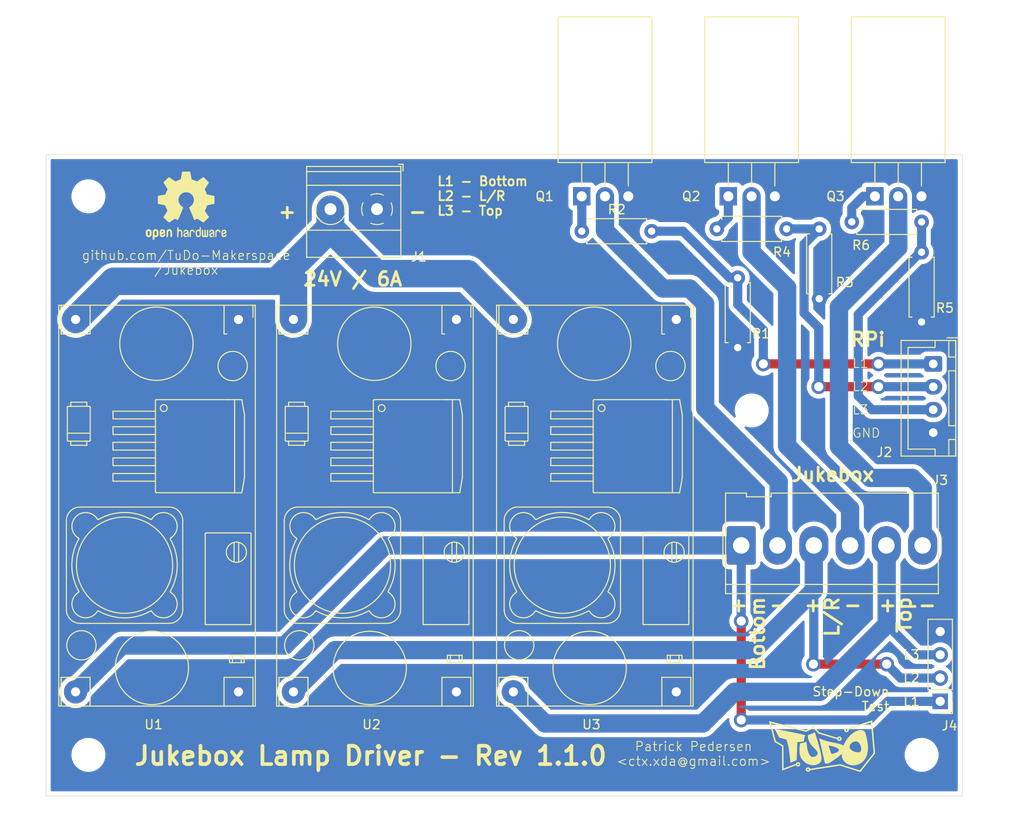
<source format=kicad_pcb>
(kicad_pcb (version 20240108) (generator "pcbnew") (generator_version "8.0")
  (layers (0 "F.Cu" signal) (31 "B.Cu" signal) (34 "B.Paste" user) (35 "F.Paste" user) (36 "B.SilkS" user "B.Silkscreen") (37 "F.SilkS" user "F.Silkscreen") (38 "B.Mask" user) (39 "F.Mask" user) (44 "Edge.Cuts" user))
  (net 0 "")
  (net 1 "GND")
  (net 2 "/L3-")
  (net 3 "/L1-")
  (net 4 "/L1+")
  (net 5 "/L2+")
  (net 6 "/L2-")
  (net 7 "/L3+")
  (net 8 "Net-(Q1-G)")
  (net 9 "Net-(Q2-G)")
  (net 10 "Net-(Q3-G)")
  (net 11 "+24V")
  (net 12 "Net-(J2-Pin_3)")
  (net 13 "Net-(J2-Pin_1)")
  (net 14 "Net-(J2-Pin_2)")
  (footprint "Connector_Molex:Molex_KK-396_5273-06A_1x06_P3.96mm_Vertical" (layer "F.Cu") (at 94.869 73.66)
    (property "Reference" "J3" (at 21.717 -7.112 360) (layer "F.SilkS"))
    (property "Value" "Conn_01x06")
    (pad "1" thru_hole roundrect (at 0 0) (size 3.16 4.2) (drill 1.8) (layers "*.Cu" "*.Mask") (roundrect_rratio 0.079114) (net 4 "/L1+"))
    (pad "2" thru_hole oval (at 3.96 0) (size 3.16 4.2) (drill 1.8) (layers "*.Cu" "*.Mask") (net 3 "/L1-"))
    (pad "3" thru_hole oval (at 7.92 0) (size 3.16 4.2) (drill 1.8) (layers "*.Cu" "*.Mask") (net 5 "/L2+"))
    (pad "4" thru_hole oval (at 11.88 0) (size 3.16 4.2) (drill 1.8) (layers "*.Cu" "*.Mask") (net 6 "/L2-"))
    (pad "5" thru_hole oval (at 15.84 0) (size 3.16 4.2) (drill 1.8) (layers "*.Cu" "*.Mask") (net 7 "/L3+"))
    (pad "6" thru_hole oval (at 19.8 0) (size 3.16 4.2) (drill 1.8) (layers "*.Cu" "*.Mask") (net 2 "/L3-"))
  )
  (footprint "Resistor_THT:R_Axial_DIN0207_L6.3mm_D2.5mm_P7.62mm_Horizontal" (layer "F.Cu") (at 94.488 44.45 -90)
    (property "Reference" "R1" (at 6.096 -2.54 180) (layer "F.SilkS"))
    (property "Value" "100k")
    (pad "1" thru_hole circle (at 0 0 270) (size 1.6 1.6) (drill 0.8) (layers "*.Cu" "*.Mask") (net 13 "Net-(J2-Pin_1)"))
    (pad "2" thru_hole oval (at 7.62 0 270) (size 1.6 1.6) (drill 0.8) (layers "*.Cu" "*.Mask") (net 1 "GND"))
  )
  (footprint "Connector_JST:JST_XH_B4B-XH-A_1x04_P2.50mm_Vertical" (layer "F.Cu") (at 115.824 53.848 -90)
    (property "Reference" "J2" (at 9.652 5.334 180) (layer "F.SilkS"))
    (property "Value" "JST XH 1x4")
    (pad "1" thru_hole roundrect (at 0 0 270) (size 1.7 1.95) (drill 0.95) (layers "*.Cu" "*.Mask") (roundrect_rratio 0.147059) (net 13 "Net-(J2-Pin_1)"))
    (pad "2" thru_hole oval (at 2.5 0 270) (size 1.7 1.95) (drill 0.95) (layers "*.Cu" "*.Mask") (net 14 "Net-(J2-Pin_2)"))
    (pad "3" thru_hole oval (at 5 0 270) (size 1.7 1.95) (drill 0.95) (layers "*.Cu" "*.Mask") (net 12 "Net-(J2-Pin_3)"))
    (pad "4" thru_hole oval (at 7.5 0 270) (size 1.7 1.95) (drill 0.95) (layers "*.Cu" "*.Mask") (net 1 "GND"))
  )
  (footprint "MountingHole:MountingHole_3.2mm_M3" (layer "F.Cu") (at 23.622 35.56)
    (property "Reference" "H1" (hide yes))
    (property "Value" "MountingHole")
    (pad "" np_thru_hole circle (at 0 0) (size 3.2 3.2) (drill 3.2) (layers "*.Cu" "*.Mask"))
  )
  (footprint "Symbol:OSHW-Logo2_9.8x8mm_SilkScreen" (layer "F.Cu") (at 34.29 36.576)
    (property "Reference" "REF**" (hide yes))
    (property "Value" "OSHW-Logo2_9.8x8mm_SilkScreen" (hide yes))
  )
  (footprint "DCDC_Stepdown_LM2596:YAAJ_DCDC_StepDown_LM2596_Foxed" (layer "F.Cu") (at 40 49 -90)
    (property "Reference" "U1" (at 44.218 9.266 0) (layer "F.SilkS"))
    (property "Value" "DCDC_StepDown_LM2596")
    (pad "1" thru_hole circle (at 0 17.78 270) (size 2.54 2.54) (drill 1) (layers "*.Cu" "*.Mask") (net 11 "+24V"))
    (pad "2" thru_hole rect (at 0 0 270) (size 2.54 2.54) (drill 1) (layers "*.Cu" "*.Mask") (net 1 "GND"))
    (pad "3" thru_hole circle (at 40.64 0 270) (size 2.54 2.54) (drill 1) (layers "*.Cu" "*.Mask") (net 1 "GND"))
    (pad "4" thru_hole circle (at 40.64 17.78 270) (size 2.54 2.54) (drill 1) (layers "*.Cu" "*.Mask") (net 4 "/L1+"))
  )
  (footprint "Resistor_THT:R_Axial_DIN0207_L6.3mm_D2.5mm_P7.62mm_Horizontal" (layer "F.Cu") (at 103.378 39.116 -90)
    (property "Reference" "R3" (at 5.842 -2.794 180) (layer "F.SilkS"))
    (property "Value" "100k")
    (pad "1" thru_hole circle (at 0 0 270) (size 1.6 1.6) (drill 0.8) (layers "*.Cu" "*.Mask") (net 14 "Net-(J2-Pin_2)"))
    (pad "2" thru_hole oval (at 7.62 0 270) (size 1.6 1.6) (drill 0.8) (layers "*.Cu" "*.Mask") (net 1 "GND"))
  )
  (footprint "Package_TO_SOT_THT:TO-220-3_Horizontal_TabDown" (layer "F.Cu") (at 77.46 35.56)
    (property "Reference" "Q1" (at -4.054 0 0) (layer "F.SilkS"))
    (property "Value" "IRFZ44N")
    (pad "" np_thru_hole oval (at 2.54 -16.66) (size 3.5 3.5) (drill 3.5) (layers "*.Cu" "*.Mask"))
    (pad "1" thru_hole rect (at 0 0) (size 1.905 2) (drill 1.1) (layers "*.Cu" "*.Mask") (net 8 "Net-(Q1-G)"))
    (pad "2" thru_hole oval (at 2.54 0) (size 1.905 2) (drill 1.1) (layers "*.Cu" "*.Mask") (net 3 "/L1-"))
    (pad "3" thru_hole oval (at 5.08 0) (size 1.905 2) (drill 1.1) (layers "*.Cu" "*.Mask") (net 1 "GND"))
  )
  (footprint "DCDC_Stepdown_LM2596:YAAJ_DCDC_StepDown_LM2596_Foxed" (layer "F.Cu") (at 63.78 49 -90)
    (property "Reference" "U2" (at 44.218 9.266 0) (layer "F.SilkS"))
    (property "Value" "DCDC_StepDown_LM2596")
    (pad "1" thru_hole circle (at 0 17.78 270) (size 2.54 2.54) (drill 1) (layers "*.Cu" "*.Mask") (net 11 "+24V"))
    (pad "2" thru_hole rect (at 0 0 270) (size 2.54 2.54) (drill 1) (layers "*.Cu" "*.Mask") (net 1 "GND"))
    (pad "3" thru_hole circle (at 40.64 0 270) (size 2.54 2.54) (drill 1) (layers "*.Cu" "*.Mask") (net 1 "GND"))
    (pad "4" thru_hole circle (at 40.64 17.78 270) (size 2.54 2.54) (drill 1) (layers "*.Cu" "*.Mask") (net 5 "/L2+"))
  )
  (footprint "TerminalBlock_Phoenix:TerminalBlock_Phoenix_MKDS-1,5-2-5.08_1x02_P5.08mm_Horizontal" (layer "F.Cu") (at 55.118 36.957 180)
    (property "Reference" "J1" (at -4.572 -5.207 360) (layer "F.SilkS"))
    (property "Value" "Screw_Terminal_01x02")
    (pad "1" thru_hole rect (at 0 0 180) (size 2.6 2.6) (drill 1.3) (layers "*.Cu" "*.Mask") (net 1 "GND"))
    (pad "2" thru_hole circle (at 5.08 0 180) (size 2.6 2.6) (drill 1.3) (layers "*.Cu" "*.Mask") (net 11 "+24V"))
  )
  (footprint "Resistor_THT:R_Axial_DIN0207_L6.3mm_D2.5mm_P7.62mm_Horizontal" (layer "F.Cu") (at 106.934 38.354)
    (property "Reference" "R6" (at 1.016 2.54 0) (layer "F.SilkS"))
    (property "Value" "470")
    (pad "1" thru_hole circle (at 0 0) (size 1.6 1.6) (drill 0.8) (layers "*.Cu" "*.Mask") (net 10 "Net-(Q3-G)"))
    (pad "2" thru_hole oval (at 7.62 0) (size 1.6 1.6) (drill 0.8) (layers "*.Cu" "*.Mask") (net 12 "Net-(J2-Pin_3)"))
  )
  (footprint "Package_TO_SOT_THT:TO-220-3_Horizontal_TabDown" (layer "F.Cu") (at 109.46 35.56)
    (property "Reference" "Q3" (at -4.304 0 0) (layer "F.SilkS"))
    (property "Value" "IRFZ44N")
    (pad "" np_thru_hole oval (at 2.54 -16.66) (size 3.5 3.5) (drill 3.5) (layers "*.Cu" "*.Mask"))
    (pad "1" thru_hole rect (at 0 0) (size 1.905 2) (drill 1.1) (layers "*.Cu" "*.Mask") (net 10 "Net-(Q3-G)"))
    (pad "2" thru_hole oval (at 2.54 0) (size 1.905 2) (drill 1.1) (layers "*.Cu" "*.Mask") (net 2 "/L3-"))
    (pad "3" thru_hole oval (at 5.08 0) (size 1.905 2) (drill 1.1) (layers "*.Cu" "*.Mask") (net 1 "GND"))
  )
  (footprint "Package_TO_SOT_THT:TO-220-3_Horizontal_TabDown" (layer "F.Cu") (at 93.46 35.56)
    (property "Reference" "Q2" (at -4.052 0 0) (layer "F.SilkS"))
    (property "Value" "IRFZ44N")
    (pad "" np_thru_hole oval (at 2.54 -16.66) (size 3.5 3.5) (drill 3.5) (layers "*.Cu" "*.Mask"))
    (pad "1" thru_hole rect (at 0 0) (size 1.905 2) (drill 1.1) (layers "*.Cu" "*.Mask") (net 9 "Net-(Q2-G)"))
    (pad "2" thru_hole oval (at 2.54 0) (size 1.905 2) (drill 1.1) (layers "*.Cu" "*.Mask") (net 6 "/L2-"))
    (pad "3" thru_hole oval (at 5.08 0) (size 1.905 2) (drill 1.1) (layers "*.Cu" "*.Mask") (net 1 "GND"))
  )
  (footprint "MountingHole:MountingHole_3.2mm_M3" (layer "F.Cu") (at 23.622 96.52)
    (property "Reference" "H3" (hide yes))
    (property "Value" "MountingHole")
    (pad "" np_thru_hole circle (at 0 0) (size 3.2 3.2) (drill 3.2) (layers "*.Cu" "*.Mask"))
  )
  (footprint "MountingHole:MountingHole_3.2mm_M3" (layer "F.Cu") (at 96.012 58.928)
    (property "Reference" "H4" (hide yes))
    (property "Value" "MountingHole")
    (pad "" np_thru_hole circle (at 0 0) (size 3.2 3.2) (drill 3.2) (layers "*.Cu" "*.Mask"))
  )
  (footprint "Resistor_THT:R_Axial_DIN0207_L6.3mm_D2.5mm_P7.62mm_Horizontal" (layer "F.Cu") (at 114.554 41.656 -90)
    (property "Reference" "R5" (at 6.096 -2.54 180) (layer "F.SilkS"))
    (property "Value" "100k")
    (pad "1" thru_hole circle (at 0 0 270) (size 1.6 1.6) (drill 0.8) (layers "*.Cu" "*.Mask") (net 12 "Net-(J2-Pin_3)"))
    (pad "2" thru_hole oval (at 7.62 0 270) (size 1.6 1.6) (drill 0.8) (layers "*.Cu" "*.Mask") (net 1 "GND"))
  )
  (footprint "MountingHole:MountingHole_3.2mm_M3" (layer "F.Cu") (at 114.554 96.52)
    (property "Reference" "H2" (hide yes))
    (property "Value" "MountingHole")
    (pad "" np_thru_hole circle (at 0 0) (size 3.2 3.2) (drill 3.2) (layers "*.Cu" "*.Mask"))
  )
  (footprint "DCDC_Stepdown_LM2596:YAAJ_DCDC_StepDown_LM2596_Foxed" (layer "F.Cu") (at 87.78 49 -90)
    (property "Reference" "U3" (at 44.218 9.266 0) (layer "F.SilkS"))
    (property "Value" "DCDC_StepDown_LM2596")
    (pad "1" thru_hole circle (at 0 17.78 270) (size 2.54 2.54) (drill 1) (layers "*.Cu" "*.Mask") (net 11 "+24V"))
    (pad "2" thru_hole rect (at 0 0 270) (size 2.54 2.54) (drill 1) (layers "*.Cu" "*.Mask") (net 1 "GND"))
    (pad "3" thru_hole circle (at 40.64 0 270) (size 2.54 2.54) (drill 1) (layers "*.Cu" "*.Mask") (net 1 "GND"))
    (pad "4" thru_hole circle (at 40.64 17.78 270) (size 2.54 2.54) (drill 1) (layers "*.Cu" "*.Mask") (net 7 "/L3+"))
  )
  (footprint "Connector_PinHeader_2.54mm:PinHeader_1x04_P2.54mm_Vertical" (layer "F.Cu") (at 116.586 90.678 180)
    (property "Reference" "J4" (at -1.016 -2.667 360) (layer "F.SilkS"))
    (property "Value" "Conn_01x04")
    (pad "1" thru_hole rect (at 0 0 180) (size 1.7 1.7) (drill 1) (layers "*.Cu" "*.Mask") (net 4 "/L1+"))
    (pad "2" thru_hole oval (at 0 2.54 180) (size 1.7 1.7) (drill 1) (layers "*.Cu" "*.Mask") (net 5 "/L2+"))
    (pad "3" thru_hole oval (at 0 5.08 180) (size 1.7 1.7) (drill 1) (layers "*.Cu" "*.Mask") (net 7 "/L3+"))
    (pad "4" thru_hole oval (at 0 7.62 180) (size 1.7 1.7) (drill 1) (layers "*.Cu" "*.Mask") (net 1 "GND"))
  )
  (footprint "Resistor_THT:R_Axial_DIN0207_L6.3mm_D2.5mm_P7.62mm_Horizontal" (layer "F.Cu") (at 77.47 39.37)
    (property "Reference" "R2" (at 3.81 -2.37 0) (layer "F.SilkS"))
    (property "Value" "470")
    (pad "1" thru_hole circle (at 0 0) (size 1.6 1.6) (drill 0.8) (layers "*.Cu" "*.Mask") (net 8 "Net-(Q1-G)"))
    (pad "2" thru_hole oval (at 7.62 0) (size 1.6 1.6) (drill 0.8) (layers "*.Cu" "*.Mask") (net 13 "Net-(J2-Pin_1)"))
  )
  (footprint "Resistor_THT:R_Axial_DIN0207_L6.3mm_D2.5mm_P7.62mm_Horizontal" (layer "F.Cu") (at 92.202 39.116)
    (property "Reference" "R4" (at 7.112 2.54 0) (layer "F.SilkS"))
    (property "Value" "470")
    (pad "1" thru_hole circle (at 0 0) (size 1.6 1.6) (drill 0.8) (layers "*.Cu" "*.Mask") (net 9 "Net-(Q2-G)"))
    (pad "2" thru_hole oval (at 7.62 0) (size 1.6 1.6) (drill 0.8) (layers "*.Cu" "*.Mask") (net 14 "Net-(J2-Pin_2)"))
  )
  (gr_poly (pts (xy 101.939725 93.832362) (xy 102.782688 93.40215) (xy 103.381175 94.054612) (xy 105.356025 94.6531) (xy 105.365911 94.631985) (xy 105.37733 94.612679) (xy 105.39016 94.595156) (xy 105.404279 94.579393) (xy 105.419564 94.565364) (xy 105.435893 94.553046) (xy 105.453144 94.542413) (xy 105.471193 94.533442) (xy 105.489919 94.526108) (xy 105.5092 94.520387) (xy 105.528912 94.516254) (xy 105.548934 94.513685) (xy 105.569143 94.512656) (xy 105.589417 94.513141) (xy 105.609634 94.515117) (xy 105.62967 94.518559) (xy 105.649404 94.523443) (xy 105.668714 94.529745) (xy 105.687476 94.537439) (xy 105.705569 94.546502) (xy 105.722871 94.556909) (xy 105.739258 94.568635) (xy 105.754608 94.581657) (xy 105.7688 94.59595) (xy 105.78171 94.611489) (xy 105.793216 94.62825) (xy 105.803197 94.646209) (xy 105.811529 94.665341) (xy 105.81809 94.685622) (xy 105.822758 94.707027) (xy 105.82541 94.729532) (xy 105.825925 94.753112) (xy 105.824734 94.779066) (xy 105.821255 94.803636) (xy 105.815626 94.826805) (xy 105.807988 94.848558) (xy 105.798479 94.868876) (xy 105.787238 94.887745) (xy 105.774404 94.905147) (xy 105.760118 94.921065) (xy 105.744518 94.935483) (xy 105.727743 94.948385) (xy 105.709933 94.959754) (xy 105.691226 94.969574) (xy 105.671763 94.977827) (xy 105.651682 94.984497) (xy 105.631122 94.989568) (xy 105.610223 94.993023) (xy 105.589125 94.994846) (xy 105.567965 94.99502) (xy 105.546884 94.993528) (xy 105.526021 94.990354) (xy 105.505514 94.985481) (xy 105.485504 94.978893) (xy 105.466129 94.970573) (xy 105.447529 94.960504) (xy 105.429843 94.948671) (xy 105.41321 94.935056) (xy 105.39777 94.919643) (xy 105.383661 94.902415) (xy 105.371022 94.883356) (xy 105.359994 94.862449) (xy 105.350715 94.839677) (xy 105.343325 94.815025) (xy 105.144 94.754502) (xy 105.495328 94.754502) (xy 105.495658 94.762711) (xy 105.496649 94.77085) (xy 105.4983 94.778852) (xy 105.500612 94.786651) (xy 105.503583 94.794182) (xy 105.507216 94.801379) (xy 105.511509 94.808175) (xy 105.516462 94.814504) (xy 105.522075 94.820301) (xy 105.528349 94.825499) (xy 105.535284 94.830033) (xy 105.542879 94.833836) (xy 105.551134 94.836843) (xy 105.560049 94.838987) (xy 105.569626 94.840203) (xy 105.579862 94.840425) (xy 105.590099 94.840059) (xy 105.599675 94.838708) (xy 105.608591 94.836438) (xy 105.616846 94.833315) (xy 105.624441 94.829405) (xy 105.631376 94.824773) (xy 105.63765 94.819487) (xy 105.643263 94.813611) (xy 105.648217 94.807212) (xy 105.652509 94.800356) (xy 105.656142 94.793108) (xy 105.659114 94.785535) (xy 105.661425 94.777703) (xy 105.663076 94.769678) (xy 105.664067 94.761525) (xy 105.664397 94.753311) (xy 105.664067 94.745101) (xy 105.663076 94.736963) (xy 105.661425 94.72896) (xy 105.659114 94.721161) (xy 105.656142 94.71363) (xy 105.652509 94.706433) (xy 105.648217 94.699638) (xy 105.643263 94.693308) (xy 105.63765 94.687511) (xy 105.631376 94.682313) (xy 105.624441 94.677779) (xy 105.616846 94.673976) (xy 105.608591 94.670969) (xy 105.599675 94.668825) (xy 105.590099 94.667609) (xy 105.579862 94.667387) (xy 105.569626 94.667753) (xy 105.560049 94.669104) (xy 105.551134 94.671374) (xy 105.542879 94.674497) (xy 105.535284 94.678407) (xy 105.528349 94.683039) (xy 105.522075 94.688325) (xy 105.516462 94.694201) (xy 105.511509 94.7006) (xy 105.507216 94.707457) (xy 105.503583 94.714704) (xy 105.500612 94.722277) (xy 105.4983 94.730109) (xy 105.496649 94.738135) (xy 105.495658 94.746287) (xy 105.495328 94.754502) (xy 105.144 94.754502) (xy 103.293863 94.192725) (xy 102.747763 93.597412) (xy 101.958775 94.000637) (xy 98.1202 93.0529) (xy 98.64725 95.010287) (xy 99.474338 95.502412) (xy 99.4918 98.002724) (xy 100.67862 97.551676) (xy 100.983653 97.551676) (xy 100.983984 97.559886) (xy 100.984974 97.568024) (xy 100.986625 97.576027) (xy 100.988937 97.583826) (xy 100.991909 97.591357) (xy 100.995541 97.598554) (xy 100.999834 97.605349) (xy 101.004787 97.611679) (xy 101.010401 97.617476) (xy 101.016675 97.622674) (xy 101.023609 97.627208) (xy 101.031204 97.631011) (xy 101.039459 97.634018) (xy 101.048375 97.636162) (xy 101.057951 97.637378) (xy 101.068188 97.6376) (xy 101.078424 97.637234) (xy 101.088001 97.635883) (xy 101.096916 97.633613) (xy 101.105172 97.63049) (xy 101.112767 97.62658) (xy 101.119701 97.621948) (xy 101.125975 97.616662) (xy 101.131589 97.610786) (xy 101.136542 97.604387) (xy 101.140835 97.59753) (xy 101.144467 97.590283) (xy 101.147439 97.58271) (xy 101.14975 97.574878) (xy 101.151401 97.566852) (xy 101.152392 97.5587) (xy 101.152722 97.550486) (xy 101.152392 97.542276) (xy 101.151401 97.534137) (xy 101.14975 97.526135) (xy 101.147439 97.518336) (xy 101.144467 97.510805) (xy 101.140835 97.503608) (xy 101.136542 97.496812) (xy 101.131589 97.490483) (xy 101.125975 97.484686) (xy 101.119701 97.479488) (xy 101.112767 97.474954) (xy 101.105172 97.471151) (xy 101.096916 97.468144) (xy 101.088001 97.466) (xy 101.078424 97.464784) (xy 101.068188 97.464562) (xy 101.057951 97.464928) (xy 101.048375 97.466279) (xy 101.039459 97.468549) (xy 101.031204 97.471672) (xy 101.023609 97.475582) (xy 101.016675 97.480214) (xy 101.010401 97.4855) (xy 101.004787 97.491376) (xy 100.999834 97.497775) (xy 100.995541 97.504631) (xy 100.991909 97.511879) (xy 100.988937 97.519452) (xy 100.986625 97.527284) (xy 100.984974 97.535309) (xy 100.983984 97.543462) (xy 100.983653 97.551676) (xy 100.67862 97.551676) (xy 100.828475 97.494724) (xy 100.835451 97.469774) (xy 100.844377 97.446706) (xy 100.85511 97.425504) (xy 100.867509 97.406153) (xy 100.881429 97.388636) (xy 100.896728 97.372939) (xy 100.913264 97.359044) (xy 100.930894 97.346938) (xy 100.949475 97.336603) (xy 100.968864 97.328025) (xy 100.988919 97.321187) (xy 101.009497 97.316075) (xy 101.030455 97.312671) (xy 101.05165 97.310961) (xy 101.072941 97.310929) (xy 101.094183 97.312559) (xy 101.115235 97.315835) (xy 101.135953 97.320742) (xy 101.156195 97.327264) (xy 101.175818 97.335385) (xy 101.19468 97.34509) (xy 101.212637 97.356363) (xy 101.229548 97.369188) (xy 101.245268 97.38355) (xy 101.259656 97.399432) (xy 101.272569 97.41682) (xy 101.283864 97.435697) (xy 101.293399 97.456048) (xy 101.30103 97.477856) (xy 101.306615 97.501108) (xy 101.310011 97.525785) (xy 101.311075 97.551874) (xy 101.310723 97.57532) (xy 101.308258 97.597717) (xy 101.303801 97.619041) (xy 101.29747 97.639267) (xy 101.289386 97.65837) (xy 101.279668 97.676325) (xy 101.268436 97.693106) (xy 101.25581 97.70869) (xy 101.24191 97.72305) (xy 101.226856 97.736162) (xy 101.210766 97.748) (xy 101.193761 97.758541) (xy 101.175962 97.767758) (xy 101.157486 97.775627) (xy 101.138455 97.782123) (xy 101.118988 97.787221) (xy 101.099204 97.790896) (xy 101.079224 97.793123) (xy 101.059168 97.793876) (xy 101.039154 97.793131) (xy 101.019303 97.790863) (xy 100.999735 97.787047) (xy 100.980568 97.781658) (xy 100.961924 97.77467) (xy 100.943922 97.76606) (xy 100.926682 97.755801) (xy 100.910322 97.743869) (xy 100.894964 97.730239) (xy 100.880727 97.714886) (xy 100.86773 97.697784) (xy 100.856094 97.67891) (xy 100.845938 97.658237) (xy 99.334638 98.231325) (xy 99.317175 95.5929) (xy 98.512313 95.113475) (xy 97.896363 92.833825)) (stroke (width -0.000001)) (fill solid) (layer "F.SilkS"))
  (gr_poly (pts (xy 108.061069 93.829398) (xy 108.118174 93.841601) (xy 108.170613 93.857663) (xy 108.218867 93.879195) (xy 108.263414 93.907806) (xy 108.284447 93.925268) (xy 108.304733 93.945104) (xy 108.324332 93.967514) (xy 108.343303 93.9927) (xy 108.379604 94.052202) (xy 108.414115 94.125219) (xy 108.447313 94.213361) (xy 108.47968 94.318237) (xy 108.511693 94.441455) (xy 108.543831 94.584626) (xy 108.576574 94.749359) (xy 108.6104 94.937262) (xy 108.665162 95.238196) (xy 108.696178 95.520245) (xy 108.704912 95.783649) (xy 108.692826 96.02865) (xy 108.661383 96.255487) (xy 108.612047 96.464399) (xy 108.546278 96.655628) (xy 108.465541 96.829413) (xy 108.371297 96.985995) (xy 108.26501 97.125613) (xy 108.148143 97.248508) (xy 108.022157 97.354919) (xy 107.888516 97.445088) (xy 107.748682 97.519253) (xy 107.604118 97.577655) (xy 107.456288 97.620534) (xy 107.306652 97.648131) (xy 107.156675 97.660684) (xy 107.007819 97.658436) (xy 106.861546 97.641624) (xy 106.719319 97.610491) (xy 106.582602 97.565275) (xy 106.452856 97.506216) (xy 106.331544 97.433556) (xy 106.22013 97.347534) (xy 106.120075 97.24839) (xy 106.032843 97.136364) (xy 105.959896 97.011697) (xy 105.902697 96.874627) (xy 105.862708 96.725397) (xy 105.841393 96.564245) (xy 105.840213 96.391412) (xy 105.797338 96.444131) (xy 105.740768 96.502267) (xy 105.672325 96.564909) (xy 105.593828 96.631149) (xy 105.5071 96.700077) (xy 105.41396 96.770784) (xy 105.21573 96.913898) (xy 105.013705 97.053216) (xy 104.822452 97.181466) (xy 104.530525 97.375662) (xy 104.507071 97.390519) (xy 104.48348 97.40388) (xy 104.459809 97.415813) (xy 104.436116 97.426384) (xy 104.412459 97.435662) (xy 104.388896 97.443712) (xy 104.365484 97.450603) (xy 104.342283 97.456401) (xy 104.319348 97.461174) (xy 104.296739 97.464988) (xy 104.274513 97.467911) (xy 104.252728 97.470009) (xy 104.231442 97.471351) (xy 104.210713 97.472004) (xy 104.171155 97.471507) (xy 104.134518 97.469057) (xy 104.101265 97.465191) (xy 104.071858 97.460446) (xy 104.04676 97.455359) (xy 104.026433 97.450468) (xy 104.011342 97.446309) (xy 103.998713 97.442337) (xy 103.563736 95.504) (xy 104.394 95.504) (xy 104.722613 96.435862) (xy 104.870371 96.395536) (xy 105.001254 96.355268) (xy 105.115929 96.315123) (xy 105.215066 96.275168) (xy 105.299332 96.235471) (xy 105.369394 96.196097) (xy 105.425921 96.157113) (xy 105.469581 96.118586) (xy 105.501041 96.080582) (xy 105.520971 96.043167) (xy 105.530037 96.006409) (xy 105.528907 95.970374) (xy 105.518251 95.935129) (xy 105.498735 95.90074) (xy 105.471027 95.867273) (xy 105.435797 95.834795) (xy 105.393711 95.803373) (xy 105.345437 95.773074) (xy 105.233 95.716108) (xy 105.103829 95.66443) (xy 105.030556 95.640525) (xy 106.692699 95.640525) (xy 106.695442 95.680186) (xy 106.702905 95.719055) (xy 106.71483 95.757065) (xy 106.730961 95.79415) (xy 106.75104 95.830243) (xy 106.774811 95.865278) (xy 106.802016 95.899187) (xy 106.832399 95.931906) (xy 106.865703 95.963366) (xy 106.901671 95.993502) (xy 106.940046 96.022246) (xy 106.98057 96.049533) (xy 107.067041 96.099466) (xy 107.159028 96.14277) (xy 107.254475 96.178912) (xy 107.351326 96.207359) (xy 107.447526 96.227578) (xy 107.54102 96.239037) (xy 107.586109 96.241316) (xy 107.629751 96.241204) (xy 107.671688 96.238637) (xy 107.711664 96.233546) (xy 107.749421 96.225866) (xy 107.784703 96.215531) (xy 107.817252 96.202472) (xy 107.846812 96.186625) (xy 107.870361 96.162914) (xy 107.891029 96.135437) (xy 107.908853 96.104495) (xy 107.923874 96.070387) (xy 107.93613 96.033413) (xy 107.94566 95.993873) (xy 107.952502 95.952066) (xy 107.956697 95.908292) (xy 107.958282 95.86285) (xy 107.957298 95.816041) (xy 107.953782 95.768164) (xy 107.947773 95.719519) (xy 107.939312 95.670405) (xy 107.928436 95.621122) (xy 107.915184 95.57197) (xy 107.899597 95.523248) (xy 107.881711 95.475257) (xy 107.861567 95.428296) (xy 107.839204 95.382664) (xy 107.814659 95.338661) (xy 107.787973 95.296588) (xy 107.759184 95.256743) (xy 107.728332 95.219426) (xy 107.695454 95.184937) (xy 107.660591 95.153576) (xy 107.62378 95.125643) (xy 107.585062 95.101436) (xy 107.544474 95.081257) (xy 107.502056 95.065404) (xy 107.457848 95.054177) (xy 107.411886 95.047876) (xy 107.364212 95.0468) (xy 107.334658 95.048733) (xy 107.304976 95.052125) (xy 107.275235 95.056937) (xy 107.245503 95.063131) (xy 107.215848 95.070668) (xy 107.186337 95.079509) (xy 107.157039 95.089615) (xy 107.128022 95.100949) (xy 107.099353 95.113471) (xy 107.071102 95.127142) (xy 107.043335 95.141925) (xy 107.016122 95.157779) (xy 106.989529 95.174668) (xy 106.963625 95.192551) (xy 106.938478 95.211391) (xy 106.914156 95.231149) (xy 106.890727 95.251785) (xy 106.868258 95.273262) (xy 106.846819 95.29554) (xy 106.826477 95.318582) (xy 106.8073 95.342348) (xy 106.789356 95.3668) (xy 106.772713 95.391898) (xy 106.75744 95.417605) (xy 106.743603 95.443882) (xy 106.731271 95.47069) (xy 106.720513 95.49799) (xy 106.711396 95.525744) (xy 106.703988 95.553914) (xy 106.698357 95.582459) (xy 106.694572 95.611343) (xy 106.692699 95.640525) (xy 105.030556 95.640525) (xy 104.963268 95.618573) (xy 104.81666 95.579069) (xy 104.669351 95.54645) (xy 104.526683 95.52125) (xy 104.394 95.504) (xy 103.563736 95.504) (xy 103.382763 94.69755) (xy 103.48366 94.746933) (xy 103.584464 94.792818) (xy 103.785359 94.874879) (xy 103.984565 94.945293) (xy 104.181201 95.005624) (xy 104.374387 95.057435) (xy 104.56324 95.102288) (xy 104.924424 95.177372) (xy 105.257703 95.243377) (xy 105.411675 95.276882) (xy 105.556026 95.312805) (xy 105.689876 95.35271) (xy 105.812342 95.398158) (xy 105.869031 95.42345) (xy 105.922544 95.450713) (xy 105.972771 95.480144) (xy 106.019601 95.511937) (xy 106.095656 95.34116) (xy 106.179994 95.175238) (xy 106.272081 95.014972) (xy 106.371381 94.861161) (xy 106.477359 94.714606) (xy 106.589482 94.576106) (xy 106.707213 94.446461) (xy 106.830019 94.326472) (xy 106.957364 94.216937) (xy 107.088713 94.118658) (xy 107.223532 94.032434) (xy 107.292076 93.994092) (xy 107.361286 93.959065) (xy 107.431096 93.927451) (xy 107.501439 93.899351) (xy 107.572249 93.874864) (xy 107.643458 93.854091) (xy 107.714999 93.837132) (xy 107.786806 93.824087) (xy 107.858812 93.815055) (xy 107.93095 93.810137)) (stroke (width -0.000001)) (fill solid) (layer "F.SilkS"))
  (gr_poly (pts (xy 103.190675 94.967822) (xy 103.303971 95.352685) (xy 103.411239 95.733642) (xy 103.501093 96.078061) (xy 103.535933 96.226372) (xy 103.56215 96.353313) (xy 103.600957 96.57355) (xy 103.616217 96.676557) (xy 103.627337 96.774868) (xy 103.633285 96.868519) (xy 103.633029 96.957545) (xy 103.625537 97.041981) (xy 103.618754 97.082488) (xy 103.609775 97.121861) (xy 103.59847 97.160103) (xy 103.584711 97.19722) (xy 103.568369 97.233215) (xy 103.549314 97.268094) (xy 103.527417 97.301859) (xy 103.502549 97.334516) (xy 103.474582 97.36607) (xy 103.443385 97.396523) (xy 103.408831 97.425881) (xy 103.37079 97.454149) (xy 103.329132 97.481329) (xy 103.28373 97.507428) (xy 103.234453 97.532449) (xy 103.181173 97.556396) (xy 103.123761 97.579274) (xy 103.062088 97.601088) (xy 103.003269 97.618534) (xy 102.943297 97.632236) (xy 102.882317 97.642283) (xy 102.820478 97.648762) (xy 102.757927 97.651763) (xy 102.694812 97.651373) (xy 102.631282 97.647681) (xy 102.567482 97.640775) (xy 102.503562 97.630744) (xy 102.439668 97.617676) (xy 102.312552 97.582782) (xy 102.187315 97.5368) (xy 102.065138 97.480437) (xy 101.947202 97.414401) (xy 101.83469 97.339398) (xy 101.728781 97.256135) (xy 101.630659 97.165319) (xy 101.541503 97.067657) (xy 101.500657 97.016479) (xy 101.462495 96.963855) (xy 101.427166 96.909873) (xy 101.394817 96.854621) (xy 101.365596 96.798188) (xy 101.33965 96.740663) (xy 101.309553 96.653012) (xy 101.284537 96.562438) (xy 101.264288 96.469441) (xy 101.248493 96.374521) (xy 101.236837 96.278177) (xy 101.229006 96.180911) (xy 101.224686 96.083221) (xy 101.223564 95.985608) (xy 101.225326 95.888572) (xy 101.229657 95.792612) (xy 101.244772 95.605923) (xy 101.266399 95.42954) (xy 101.292025 95.267463) (xy 101.995287 95.102363) (xy 102.013444 95.331353) (xy 102.040531 95.569534) (xy 102.057981 95.689315) (xy 102.078334 95.808087) (xy 102.101811 95.924747) (xy 102.128638 96.038194) (xy 102.159036 96.147324) (xy 102.193229 96.251037) (xy 102.231441 96.348228) (xy 102.273894 96.437797) (xy 102.320812 96.518641) (xy 102.372418 96.589658) (xy 102.400049 96.621136) (xy 102.428936 96.649745) (xy 102.459106 96.675345) (xy 102.490588 96.6978) (xy 102.516183 96.709017) (xy 102.542317 96.718577) (xy 102.568915 96.726503) (xy 102.595902 96.732821) (xy 102.623203 96.737557) (xy 102.650743 96.740736) (xy 102.678447 96.742383) (xy 102.70624 96.742523) (xy 102.734046 96.741182) (xy 102.761792 96.738385) (xy 102.789402 96.734157) (xy 102.8168 96.728524) (xy 102.843913 96.72151) (xy 102.870664 96.713142) (xy 102.89698 96.703444) (xy 102.922785 96.692442) (xy 102.948003 96.680161) (xy 102.972561 96.666626) (xy 102.996382 96.651863) (xy 103.019393 96.635897) (xy 103.041517 96.618753) (xy 103.062681 96.600456) (xy 103.082808 96.581032) (xy 103.101825 96.560506) (xy 103.119655 96.538904) (xy 103.136225 96.51625) (xy 103.151459 96.49257) (xy 103.165281 96.467889) (xy 103.177618 96.442232) (xy 103.188394 96.415626) (xy 103.197534 96.388094) (xy 103.204963 96.359663) (xy 103.202907 96.312712) (xy 103.194917 96.266965) (xy 103.181384 96.222199) (xy 103.162699 96.178195) (xy 103.139252 96.134731) (xy 103.111435 96.091587) (xy 103.079638 96.048543) (xy 103.044253 96.005377) (xy 102.964282 95.9178) (xy 102.874648 95.82709) (xy 102.77848 95.731484) (xy 102.678905 95.629214) (xy 102.579051 95.518517) (xy 102.529997 95.459457) (xy 102.482046 95.397628) (xy 102.435589 95.33281) (xy 102.391017 95.264782) (xy 102.348721 95.193323) (xy 102.309092 95.118213) (xy 102.272521 95.039231) (xy 102.239399 94.956156) (xy 102.210117 94.868769) (xy 102.185065 94.776848) (xy 102.164636 94.680172) (xy 102.149219 94.578521) (xy 102.139206 94.471675) (xy 102.134988 94.359413) (xy 102.157151 94.357329) (xy 102.190404 94.349742) (xy 102.233113 94.337322) (xy 102.283642 94.320742) (xy 102.401623 94.27779) (xy 102.531267 94.226261) (xy 102.659498 94.171533) (xy 102.773237 94.118981) (xy 102.820585 94.095201) (xy 102.859405 94.073982) (xy 102.888064 94.055995) (xy 102.904925 94.041913)) (stroke (width -0.000001)) (fill solid) (layer "F.SilkS"))
  (gr_poly (pts (xy 100.211136 94.006591) (xy 101.366861 94.244765) (xy 101.737471 94.333473) (xy 101.835533 94.364095) (xy 101.858326 94.375206) (xy 101.861938 94.383225) (xy 101.855413 94.39118) (xy 101.848656 94.402105) (xy 101.834563 94.432019) (xy 101.819888 94.471277) (xy 101.804862 94.518187) (xy 101.774678 94.628205) (xy 101.745852 94.748548) (xy 101.720226 94.865692) (xy 101.699641 94.96611) (xy 101.680963 95.062675) (xy 100.979288 95.130938) (xy 100.982736 95.287216) (xy 100.977998 95.544159) (xy 100.953491 96.210239) (xy 100.911025 97.102612) (xy 100.229988 97.374075) (xy 100.20239 97.01332) (xy 100.171281 96.686154) (xy 100.137391 96.391153) (xy 100.10145 96.126895) (xy 100.064188 95.891956) (xy 100.026335 95.684913) (xy 99.951778 95.348822) (xy 99.883621 95.107236) (xy 99.827705 94.948772) (xy 99.775963 94.835662) (xy 99.007613 94.632462) (xy 98.509138 93.679962)) (stroke (width -0.000001)) (fill solid) (layer "F.SilkS"))
  (gr_poly (pts (xy 109.480349 96.362837) (xy 107.875387 98.396425) (xy 105.643362 97.69475) (xy 102.390575 98.197988) (xy 102.382217 98.221464) (xy 102.372111 98.243089) (xy 102.360391 98.262881) (xy 102.347189 98.28086) (xy 102.332637 98.297043) (xy 102.316867 98.31145) (xy 102.300012 98.324099) (xy 102.282204 98.335009) (xy 102.263574 98.344197) (xy 102.244257 98.351683) (xy 102.224383 98.357486) (xy 102.204084 98.361624) (xy 102.183494 98.364115) (xy 102.162745 98.364979) (xy 102.141968 98.364233) (xy 102.121296 98.361897) (xy 102.100861 98.357988) (xy 102.080795 98.352527) (xy 102.061232 98.34553) (xy 102.042302 98.337017) (xy 102.024138 98.327007) (xy 102.006873 98.315518) (xy 101.990639 98.302568) (xy 101.975568 98.288177) (xy 101.961792 98.272363) (xy 101.949444 98.255143) (xy 101.938655 98.236538) (xy 101.929558 98.216566) (xy 101.922286 98.195245) (xy 101.916971 98.172593) (xy 101.913744 98.148631) (xy 101.912793 98.124764) (xy 102.072678 98.124764) (xy 102.073009 98.132973) (xy 102.073999 98.141112) (xy 102.07565 98.149114) (xy 102.077962 98.156914) (xy 102.080934 98.164445) (xy 102.084566 98.171641) (xy 102.088859 98.178437) (xy 102.093812 98.184766) (xy 102.099425 98.190563) (xy 102.1057 98.195761) (xy 102.112634 98.200295) (xy 102.120229 98.204099) (xy 102.128484 98.207105) (xy 102.1374 98.20925) (xy 102.146976 98.210466) (xy 102.157213 98.210687) (xy 102.167449 98.210322) (xy 102.177025 98.208971) (xy 102.185941 98.206701) (xy 102.194197 98.203578) (xy 102.201791 98.199667) (xy 102.208726 98.195036) (xy 102.215 98.189749) (xy 102.220614 98.183873) (xy 102.225567 98.177474) (xy 102.22986 98.170618) (xy 102.233492 98.16337) (xy 102.236464 98.155798) (xy 102.238775 98.147966) (xy 102.240426 98.13994) (xy 102.241417 98.131787) (xy 102.241747 98.123573) (xy 102.241417 98.115364) (xy 102.240426 98.107225) (xy 102.238775 98.099223) (xy 102.236464 98.091423) (xy 102.233492 98.083892) (xy 102.22986 98.076696) (xy 102.225567 98.0699) (xy 102.220614 98.063571) (xy 102.215 98.057774) (xy 102.208726 98.052576) (xy 102.201791 98.048042) (xy 102.194197 98.044239) (xy 102.185941 98.041232) (xy 102.177025 98.039087) (xy 102.167449 98.037871) (xy 102.157213 98.03765) (xy 102.146976 98.038016) (xy 102.1374 98.039366) (xy 102.128484 98.041636) (xy 102.120229 98.04476) (xy 102.112634 98.04867) (xy 102.1057 98.053301) (xy 102.099425 98.058588) (xy 102.093812 98.064464) (xy 102.088859 98.070863) (xy 102.084566 98.077719) (xy 102.080934 98.084967) (xy 102.077962 98.09254) (xy 102.07565 98.100372) (xy 102.073999 98.108397) (xy 102.073009 98.11655) (xy 102.072678 98.124764) (xy 101.912793 98.124764) (xy 101.912738 98.123375) (xy 101.913302 98.098817) (xy 101.916098 98.075461) (xy 101.920994 98.053329) (xy 101.92786 98.032441) (xy 101.936563 98.012818) (xy 101.946974 97.99448) (xy 101.958961 97.97745) (xy 101.972393 97.961747) (xy 101.987139 97.947394) (xy 102.003068 97.93441) (xy 102.020048 97.922816) (xy 102.037949 97.912634) (xy 102.056639 97.903885) (xy 102.075988 97.896589) (xy 102.095864 97.890767) (xy 102.116136 97.88644) (xy 102.136674 97.88363) (xy 102.157345 97.882357) (xy 102.178019 97.882642) (xy 102.198565 97.884506) (xy 102.218852 97.887969) (xy 102.238749 97.893054) (xy 102.258123 97.89978) (xy 102.276846 97.908169) (xy 102.294784 97.918242) (xy 102.311808 97.930019) (xy 102.327786 97.943522) (xy 102.342587 97.958771) (xy 102.35608 97.975787) (xy 102.368134 97.994592) (xy 102.378618 98.015206) (xy 102.3874 98.03765) (xy 105.656062 97.531237) (xy 107.818238 98.212275) (xy 109.315249 96.312037) (xy 109.021562 92.960825) (xy 106.600625 93.77045) (xy 106.602872 93.80126) (xy 106.602006 93.83028) (xy 106.598225 93.857496) (xy 106.591729 93.882896) (xy 106.582716 93.906465) (xy 106.571383 93.928191) (xy 106.557931 93.948061) (xy 106.542557 93.96606) (xy 106.52546 93.982175) (xy 106.506838 93.996393) (xy 106.48689 94.008702) (xy 106.465814 94.019086) (xy 106.44381 94.027533) (xy 106.421075 94.03403) (xy 106.397808 94.038563) (xy 106.374207 94.041119) (xy 106.350472 94.041684) (xy 106.326801 94.040245) (xy 106.303391 94.036789) (xy 106.280443 94.031302) (xy 106.258153 94.023771) (xy 106.236722 94.014183) (xy 106.216346 94.002524) (xy 106.197226 93.988781) (xy 106.179559 93.97294) (xy 106.163544 93.954988) (xy 106.149379 93.934912) (xy 106.137264 93.912699) (xy 106.127396 93.888334) (xy 106.119974 93.861805) (xy 106.115196 93.833098) (xy 106.113349 93.803589) (xy 106.27479 93.803589) (xy 106.275121 93.811798) (xy 106.276111 93.819937) (xy 106.277762 93.827939) (xy 106.280074 93.835739) (xy 106.283046 93.84327) (xy 106.286678 93.850466) (xy 106.290971 93.857262) (xy 106.295924 93.863592) (xy 106.301538 93.869388) (xy 106.307812 93.874587) (xy 106.314746 93.87912) (xy 106.322341 93.882924) (xy 106.330596 93.885931) (xy 106.339512 93.888075) (xy 106.349088 93.889291) (xy 106.359325 93.889512) (xy 106.369561 93.889291) (xy 106.379138 93.888075) (xy 106.388053 93.885931) (xy 106.396309 93.882924) (xy 106.403904 93.87912) (xy 106.410838 93.874587) (xy 106.417112 93.869388) (xy 106.422726 93.863592) (xy 106.427679 93.857262) (xy 106.431972 93.850466) (xy 106.435604 93.84327) (xy 106.438576 93.835739) (xy 106.440888 93.827939) (xy 106.442539 93.819937) (xy 106.44353 93.811798) (xy 106.44386 93.803589) (xy 106.44353 93.795375) (xy 106.442539 93.787222) (xy 106.440888 93.779197) (xy 106.438576 93.771365) (xy 106.435604 93.763792) (xy 106.431972 93.756544) (xy 106.427679 93.749688) (xy 106.422726 93.743289) (xy 106.417112 93.737413) (xy 106.410838 93.732126) (xy 106.403904 93.727495) (xy 106.396309 93.723585) (xy 106.388053 93.720461) (xy 106.379138 93.718191) (xy 106.369561 93.716841) (xy 106.359325 93.716475) (xy 106.349088 93.716841) (xy 106.339512 93.718191) (xy 106.330596 93.720461) (xy 106.322341 93.723585) (xy 106.314746 93.727495) (xy 106.307812 93.732126) (xy 106.301538 93.737413) (xy 106.295924 93.743289) (xy 106.290971 93.749688) (xy 106.286678 93.756544) (xy 106.283046 93.763792) (xy 106.280074 93.771365) (xy 106.277762 93.779197) (xy 106.276111 93.787222) (xy 106.275121 93.795375) (xy 106.27479 93.803589) (xy 106.113349 93.803589) (xy 106.113262 93.8022) (xy 106.113487 93.782834) (xy 106.1153 93.764049) (xy 106.118625 93.745876) (xy 106.123386 93.728347) (xy 106.129506 93.711494) (xy 106.136909 93.695347) (xy 106.145518 93.67994) (xy 106.155257 93.665303) (xy 106.166049 93.651468) (xy 106.177819 93.638468) (xy 106.190489 93.626333) (xy 106.203983 93.615095) (xy 106.218224 93.604786) (xy 106.233137 93.595439) (xy 106.248645 93.587083) (xy 106.26467 93.579752) (xy 106.281138 93.573476) (xy 106.297971 93.568287) (xy 106.315093 93.564218) (xy 106.332427 93.5613) (xy 106.349898 93.559564) (xy 106.367428 93.559042) (xy 106.384941 93.559766) (xy 106.402361 93.561768) (xy 106.419611 93.565079) (xy 106.436615 93.569731) (xy 106.453296 93.575755) (xy 106.469579 93.583184) (xy 106.485385 93.592049) (xy 106.50064 93.602381) (xy 106.515266 93.614212) (xy 106.529187 93.627575) (xy 109.164437 92.7481)) (stroke (width -0.000001)) (fill solid) (layer "F.SilkS"))
  (gr_rect (start 19 31) (end 119 101) (stroke (width 0.05)) (fill none) (layer "Edge.Cuts"))
  (gr_text "+" (at 101.6 81.026 0) (layer "F.SilkS") (effects (font (size 1.5 1.5) (thickness 0.3) (bold yes)) (justify left bottom)))
  (gr_text "GND" (at 106.934 61.976 0) (layer "F.SilkS") (effects (font (size 1 1) (thickness 0.1)) (justify left bottom)))
  (gr_text "-" (at 114.046 81.026 0) (layer "F.SilkS") (effects (font (size 1.5 1.5) (thickness 0.3) (bold yes)) (justify left bottom)))
  (gr_text "Step-Down\nTest" (at 111.125 90.424 0) (layer "F.SilkS") (effects (font (size 1 1)) (justify right)))
  (gr_text "L1" (at 114.427 90.678 0) (layer "F.SilkS") (effects (font (size 1 1)) (justify right)))
  (gr_text "RPi" (at 110.744 52.07 0) (layer "F.SilkS") (effects (font (size 1.5 1.5) (thickness 0.3) (bold yes)) (justify right bottom)))
  (gr_text "L1" (at 106.934 54.356 0) (layer "F.SilkS") (effects (font (size 1 1) (thickness 0.1)) (justify left bottom)))
  (gr_text "+" (at 44.196 38.1 0) (layer "F.SilkS") (effects (font (size 1.5 1.5) (thickness 0.3) (bold yes)) (justify left bottom)))
  (gr_text "24V / 6A" (at 46.915858 45.466 0) (layer "F.SilkS") (effects (font (size 1.5 1.5) (thickness 0.3) (bold yes)) (justify left bottom)))
  (gr_text "Bottom" (at 97.536 79.121 90) (layer "F.SilkS") (effects (font (size 1.5 1.5) (thickness 0.3) (bold yes)) (justify right bottom)))
  (gr_text "Top" (at 113.538 79.121 90) (layer "F.SilkS") (effects (font (size 1.5 1.5) (thickness 0.3) (bold yes)) (justify right bottom)))
  (gr_text "L/R" (at 105.664 79.121 90) (layer "F.SilkS") (effects (font (size 1.5 1.5) (thickness 0.3) (bold yes)) (justify right bottom)))
  (gr_text "-" (at 58.42 38.1 0) (layer "F.SilkS") (effects (font (size 1.5 1.5) (thickness 0.3) (bold yes)) (justify left bottom)))
  (gr_text "+" (at 93.472 81.026 0) (layer "F.SilkS") (effects (font (size 1.5 1.5) (thickness 0.3) (bold yes)) (justify left bottom)))
  (gr_text "Jukebox Lamp Driver - Rev 1.1.0" (at 28.448 97.79 0) (layer "F.SilkS") (effects (font (size 2 2) (thickness 0.4) (bold yes)) (justify left bottom)))
  (gr_text "-" (at 97.79 81.026 0) (layer "F.SilkS") (effects (font (size 1.5 1.5) (thickness 0.3) (bold yes)) (justify left bottom)))
  (gr_text "L2" (at 106.934 56.896 0) (layer "F.SilkS") (effects (font (size 1 1) (thickness 0.1)) (justify left bottom)))
  (gr_text "-" (at 105.918 81.026 0) (layer "F.SilkS") (effects (font (size 1.5 1.5) (thickness 0.3) (bold yes)) (justify left bottom)))
  (gr_text "L3" (at 106.934 59.436 0) (layer "F.SilkS") (effects (font (size 1 1) (thickness 0.1)) (justify left bottom)))
  (gr_text "github.com/TuDo-Makerspace\n/Jukebox" (at 34.29 44.196 0) (layer "F.SilkS") (effects (font (size 1 1) (thickness 0.1)) (justify bottom)))
  (gr_text "Jukebox" (at 109.533286 66.802 0) (layer "F.SilkS") (effects (font (size 1.5 1.5) (thickness 0.3) (bold yes)) (justify right bottom)))
  (gr_text "L1 - Bottom\nL2 - L/R\nL3 - Top" (at 61.595 37.719 0) (layer "F.SilkS") (effects (font (size 1 1) (thickness 0.2) (bold yes)) (justify left bottom)))
  (gr_text "L2" (at 114.427 88.138 0) (layer "F.SilkS") (effects (font (size 1 1)) (justify right)))
  (gr_text "Patrick Pedersen\n<ctx.xda@gmail.com>" (at 89.662 97.79 0) (layer "F.SilkS") (effects (font (size 1 1) (thickness 0.1)) (justify bottom)))
  (gr_text "L3" (at 114.427 85.598 0) (layer "F.SilkS") (effects (font (size 1 1)) (justify right)))
  (gr_text "+" (at 109.728 81.026 0) (layer "F.SilkS") (effects (font (size 1.5 1.5) (thickness 0.3) (bold yes)) (justify left bottom)))
  (segment (start 114.681 67.437) (end 113.538 66.294) (width 2) (layer "B.Cu") (net 2))
  (segment (start 112.014 41.148) (end 112.014 39.37) (width 2) (layer "B.Cu") (net 2))
  (segment (start 113.538 66.294) (end 108.966 66.294) (width 2) (layer "B.Cu") (net 2))
  (segment (start 114.669 73.66) (end 114.681 73.648) (width 2) (layer "B.Cu") (net 2))
  (segment (start 105.537 62.865) (end 105.537 47.625) (width 2) (layer "B.Cu") (net 2))
  (segment (start 112 39.356) (end 112 35.56) (width 2) (layer "B.Cu") (net 2))
  (segment (start 108.966 66.294) (end 105.537 62.865) (width 2) (layer "B.Cu") (net 2))
  (segment (start 112.014 39.37) (end 112 39.356) (width 2) (layer "B.Cu") (net 2))
  (segment (start 114.681 73.648) (end 114.681 67.437) (width 2) (layer "B.Cu") (net 2))
  (segment (start 105.537 47.625) (end 112.014 41.148) (width 2) (layer "B.Cu") (net 2))
  (segment (start 80 39.3092) (end 86.310987 45.620187) (width 2) (layer "B.Cu") (net 3))
  (segment (start 90.932 47.300298) (end 90.932 58.674) (width 2) (layer "B.Cu") (net 3))
  (segment (start 80 35.56) (end 80 39.3092) (width 2) (layer "B.Cu") (net 3))
  (segment (start 90.932 58.674) (end 98.956 66.698) (width 2) (layer "B.Cu") (net 3))
  (segment (start 98.956 73.533) (end 98.829 73.66) (width 2) (layer "B.Cu") (net 3))
  (segment (start 86.310987 45.620187) (end 89.251889 45.620187) (width 2) (layer "B.Cu") (net 3))
  (segment (start 98.956 66.698) (end 98.956 73.533) (width 2) (layer "B.Cu") (net 3))
  (segment (start 89.251889 45.620187) (end 90.932 47.300298) (width 2) (layer "B.Cu") (net 3))
  (segment (start 94.869 81.915) (end 94.869 92.71) (width 1) (layer "F.Cu") (net 4))
  (via (at 94.869 81.915) (size 1.6) (drill 1) (layers "F.Cu" "B.Cu") (net 4))
  (via (at 94.869 92.71) (size 1.6) (drill 1) (layers "F.Cu" "B.Cu") (net 4))
  (segment (start 110.871 90.678) (end 116.586 90.678) (width 1) (layer "B.Cu") (net 4))
  (segment (start 108.839 92.71) (end 110.871 90.678) (width 1) (layer "B.Cu") (net 4))
  (segment (start 94.869 92.71) (end 108.839 92.71) (width 1) (layer "B.Cu") (net 4))
  (segment (start 45.058 84.582) (end 27.278 84.582) (width 2) (layer "B.Cu") (net 4))
  (segment (start 94.869 73.66) (end 94.869 81.915) (width 1) (layer "B.Cu") (net 4))
  (segment (start 94.869 73.66) (end 55.98 73.66) (width 2) (layer "B.Cu") (net 4))
  (segment (start 27.278 84.582) (end 22.22 89.64) (width 2) (layer "B.Cu") (net 4))
  (segment (start 55.98 73.66) (end 45.058 84.582) (width 2) (layer "B.Cu") (net 4))
  (segment (start 110.744 86.614) (end 102.743 86.614) (width 1) (layer "F.Cu") (net 5))
  (via (at 110.744 86.614) (size 1.6) (drill 1) (layers "F.Cu" "B.Cu") (net 5))
  (via (at 102.743 86.614) (size 1.6) (drill 1) (layers "F.Cu" "B.Cu") (net 5))
  (segment (start 110.744 86.614) (end 112.268 88.138) (width 1) (layer "B.Cu") (net 5))
  (segment (start 102.743 86.614) (end 102.789 86.568) (width 1) (layer "B.Cu") (net 5))
  (segment (start 102.789 86.568) (end 102.789 73.66) (width 1) (layer "B.Cu") (net 5))
  (segment (start 102.789 78.567) (end 96.266 85.09) (width 2) (layer "B.Cu") (net 5))
  (segment (start 96.266 85.09) (end 50.55 85.09) (width 2) (layer "B.Cu") (net 5))
  (segment (start 112.268 88.138) (end 116.586 88.138) (width 1) (layer "B.Cu") (net 5))
  (segment (start 102.789 73.66) (end 102.789 78.567) (width 2) (layer "B.Cu") (net 5))
  (segment (start 50.55 85.09) (end 46 89.64) (width 2) (layer "B.Cu") (net 5))
  (segment (start 99.878 62.785776) (end 106.749 69.656776) (width 2) (layer "B.Cu") (net 6))
  (segment (start 99.878 45.522) (end 99.878 62.785776) (width 2) (layer "B.Cu") (net 6))
  (segment (start 106.749 69.656776) (end 106.749 73.66) (width 2) (layer "B.Cu") (net 6))
  (segment (start 96 41.644) (end 99.878 45.522) (width 2) (layer "B.Cu") (net 6))
  (segment (start 96 35.56) (end 96 41.644) (width 2) (layer "B.Cu") (net 6))
  (segment (start 110.744 73.695) (end 110.709 73.66) (width 2) (layer "B.Cu") (net 7))
  (segment (start 94.129 89.64) (end 103.4 89.64) (width 2) (layer "B.Cu") (net 7))
  (segment (start 70 89.64) (end 73.451 93.091) (width 2) (layer "B.Cu") (net 7))
  (segment (start 73.451 93.091) (end 90.678 93.091) (width 2) (layer "B.Cu") (net 7))
  (segment (start 90.678 93.091) (end 94.129 89.64) (width 2) (layer "B.Cu") (net 7))
  (segment (start 103.4 89.64) (end 110.744 82.296) (width 2) (layer "B.Cu") (net 7))
  (segment (start 116.586 85.598) (end 114.046 85.598) (width 1) (layer "B.Cu") (net 7))
  (segment (start 110.744 82.296) (end 110.744 73.695) (width 2) (layer "B.Cu") (net 7))
  (segment (start 114.046 85.598) (end 110.744 82.296) (width 1) (layer "B.Cu") (net 7))
  (segment (start 77.47 36.83) (end 77.47 39.37) (width 1) (layer "B.Cu") (net 8))
  (segment (start 77.46 35.56) (end 77.46 36.82) (width 1) (layer "B.Cu") (net 8))
  (segment (start 77.46 36.82) (end 77.47 36.83) (width 1) (layer "B.Cu") (net 8))
  (segment (start 93.46 37.858) (end 92.202 39.116) (width 1) (layer "B.Cu") (net 9))
  (segment (start 93.46 35.56) (end 93.46 37.858) (width 1) (layer "B.Cu") (net 9))
  (segment (start 106.934 38.354) (end 106.934 36.816) (width 1) (layer "B.Cu") (net 10))
  (segment (start 106.934 36.816) (end 108.19 35.56) (width 1) (layer "B.Cu") (net 10))
  (segment (start 108.19 35.56) (end 109.46 35.56) (width 1) (layer "B.Cu") (net 10))
  (segment (start 50.038 36.957) (end 50.038 39.038) (width 3) (layer "B.Cu") (net 11))
  (segment (start 50 39) (end 55 44) (width 3) (layer "B.Cu") (net 11))
  (segment (start 44.169 44.831) (end 26.389 44.831) (width 3) (layer "B.Cu") (net 11))
  (segment (start 26.389 44.831) (end 22.22 49) (width 3) (layer "B.Cu") (net 11))
  (segment (start 50 37) (end 50 39) (width 3) (layer "B.Cu") (net 11))
  (segment (start 50.038 36.957) (end 50.038 38.962) (width 3) (layer "B.Cu") (net 11))
  (segment (start 55 44) (end 65 44) (width 3) (layer "B.Cu") (net 11))
  (segment (start 50.038 39.038) (end 46 43.076) (width 3) (layer "B.Cu") (net 11))
  (segment (start 50.038 38.962) (end 44.169 44.831) (width 3) (layer "B.Cu") (net 11))
  (segment (start 46 43.076) (end 46 49) (width 3) (layer "B.Cu") (net 11))
  (segment (start 65 44) (end 70 49) (width 3) (layer "B.Cu") (net 11))
  (segment (start 114.554 38.354) (end 114.554 41.656) (width 1) (layer "B.Cu") (net 12))
  (segment (start 107.641 57.349) (end 109.14 58.848) (width 1) (layer "B.Cu") (net 12))
  (segment (start 114.427 41.656) (end 107.641 48.442) (width 1) (layer "B.Cu") (net 12))
  (segment (start 109.14 58.848) (end 115.824 58.848) (width 1) (layer "B.Cu") (net 12))
  (segment (start 114.554 41.656) (end 114.427 41.656) (width 1) (layer "B.Cu") (net 12))
  (segment (start 107.641 48.442) (end 107.641 57.349) (width 1) (layer "B.Cu") (net 12))
  (segment (start 97.282 53.848) (end 109.855 53.848) (width 1) (layer "F.Cu") (net 13))
  (via (at 109.855 53.848) (size 1.6) (drill 1) (layers "F.Cu" "B.Cu") (net 13))
  (via (at 97.282 53.848) (size 1.6) (drill 1) (layers "F.Cu" "B.Cu") (net 13))
  (segment (start 97.282 50.15337) (end 94.488 47.35937) (width 1) (layer "B.Cu") (net 13))
  (segment (start 97.282 53.848) (end 97.282 50.15337) (width 1) (layer "B.Cu") (net 13))
  (segment (start 94.488 47.35937) (end 94.488 44.45) (width 1) (layer "B.Cu") (net 13))
  (segment (start 93.599 44.45) (end 94.488 44.45) (width 1) (layer "B.Cu") (net 13))
  (segment (start 85.09 39.37) (end 88.519 39.37) (width 1) (layer "B.Cu") (net 13))
  (segment (start 109.855 53.848) (end 115.824 53.848) (width 1) (layer "B.Cu") (net 13))
  (segment (start 88.519 39.37) (end 93.599 44.45) (width 1) (layer "B.Cu") (net 13))
  (segment (start 103.3272 56.3372) (end 103.338 56.348) (width 1) (layer "F.Cu") (net 14))
  (segment (start 103.3272 56.3372) (end 109.855 56.3372) (width 1) (layer "F.Cu") (net 14))
  (via (at 109.855 56.3372) (size 1.6) (drill 1) (layers "F.Cu" "B.Cu") (net 14))
  (via (at 103.3272 56.3372) (size 1.6) (drill 1) (layers "F.Cu" "B.Cu") (net 14))
  (segment (start 103.3272 49.900276) (end 103.3272 56.3372) (width 1) (layer "B.Cu") (net 14))
  (segment (start 109.855 56.3372) (end 115.8132 56.3372) (width 1) (layer "B.Cu") (net 14))
  (segment (start 101.728 48.301076) (end 103.3272 49.900276) (width 1) (layer "B.Cu") (net 14))
  (segment (start 115.8132 56.3372) (end 115.824 56.348) (width 1) (layer "B.Cu") (net 14))
  (segment (start 103.378 39.116) (end 101.728 40.766) (width 1) (layer "B.Cu") (net 14))
  (segment (start 101.728 40.766) (end 101.728 48.301076) (width 1) (layer "B.Cu") (net 14))
  (segment (start 103.378 39.116) (end 99.822 39.116) (width 1) (layer "B.Cu") (net 14))
  (zone (net 1) (net_name "GND") (layer "B.Cu") (connect_pads yes (clearance 0.5)) (min_thickness 0.25) (fill yes (thermal_gap 0.5) (thermal_bridge_width 0.5) (island_removal_mode 1) (island_area_min 10))
    (polygon (pts (xy 125.73 105.41) (xy 13.97 105.41) (xy 13.97 25.4) (xy 125.73 25.4)))
  )
)
</source>
